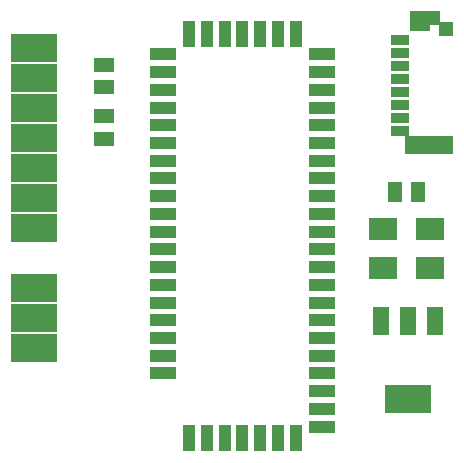
<source format=gts>
G04 (created by PCBNEW-RS274X (2011-nov-30)-testing) date Fri 20 Jul 2012 01:00:30 PM CDT*
%MOIN*%
G04 Gerber Fmt 3.4, Leading zero omitted, Abs format*
%FSLAX34Y34*%
G01*
G70*
G90*
G04 APERTURE LIST*
%ADD10C,0.006*%
%ADD11R,0.156X0.092*%
%ADD12R,0.052X0.092*%
%ADD13R,0.092X0.072*%
%ADD14R,0.047X0.067*%
%ADD15R,0.067X0.047*%
%ADD16R,0.0612X0.0356*%
%ADD17R,0.1612X0.0592*%
%ADD18R,0.0671X0.0691*%
%ADD19R,0.0356X0.0514*%
%ADD20R,0.0455X0.0494*%
%ADD21R,0.0907X0.0396*%
%ADD22R,0.0396X0.0907*%
%ADD23R,0.152X0.092*%
G04 APERTURE END LIST*
G54D10*
G54D11*
X59820Y-45990D03*
G54D12*
X59820Y-43390D03*
X58920Y-43390D03*
X60720Y-43390D03*
G54D13*
X60550Y-41600D03*
X60550Y-40300D03*
G54D14*
X60145Y-39090D03*
X59395Y-39090D03*
G54D13*
X58990Y-40300D03*
X58990Y-41600D03*
G54D15*
X49690Y-36565D03*
X49690Y-37315D03*
X49690Y-34835D03*
X49690Y-35585D03*
G54D16*
X59542Y-34024D03*
X59542Y-34457D03*
X59542Y-34890D03*
X59542Y-35323D03*
X59542Y-35757D03*
X59542Y-36190D03*
X59542Y-36623D03*
X59542Y-37056D03*
G54D17*
X60518Y-37509D03*
G54D18*
X60221Y-33384D03*
G54D19*
X60713Y-33296D03*
G54D20*
X61097Y-33660D03*
G54D21*
X56940Y-46900D03*
X56940Y-46309D03*
X56940Y-45719D03*
X56940Y-45128D03*
X56940Y-44538D03*
X56940Y-43947D03*
X56940Y-43357D03*
X56940Y-42766D03*
X56940Y-42176D03*
X56940Y-41585D03*
X56940Y-40994D03*
X56940Y-40404D03*
X56940Y-39813D03*
X56940Y-39223D03*
X56940Y-38632D03*
X56940Y-38042D03*
X56940Y-37451D03*
X56940Y-36861D03*
X56940Y-36270D03*
X56940Y-35680D03*
X56940Y-35089D03*
X56940Y-34498D03*
G54D22*
X56074Y-33829D03*
X55483Y-33829D03*
X54893Y-33829D03*
X54302Y-33829D03*
X53712Y-33829D03*
X53121Y-33829D03*
X52531Y-33829D03*
G54D21*
X51664Y-34498D03*
X51664Y-35089D03*
X51664Y-35680D03*
X51664Y-36270D03*
X51664Y-36861D03*
X51664Y-37451D03*
X51664Y-38042D03*
X51664Y-38632D03*
X51664Y-39223D03*
X51664Y-39813D03*
X51664Y-40404D03*
X51664Y-40994D03*
X51664Y-41585D03*
X51664Y-42176D03*
X51664Y-42766D03*
X51664Y-43357D03*
X51664Y-43947D03*
X51664Y-44538D03*
X51664Y-45128D03*
G54D22*
X52531Y-47294D03*
X53121Y-47294D03*
X53712Y-47294D03*
X54302Y-47294D03*
X54893Y-47294D03*
X55483Y-47294D03*
X56074Y-47294D03*
G54D23*
X47350Y-34280D03*
X47350Y-35280D03*
X47350Y-36280D03*
X47350Y-37280D03*
X47350Y-38280D03*
X47350Y-39280D03*
X47350Y-40280D03*
X47350Y-42280D03*
X47350Y-43280D03*
X47350Y-44280D03*
M02*

</source>
